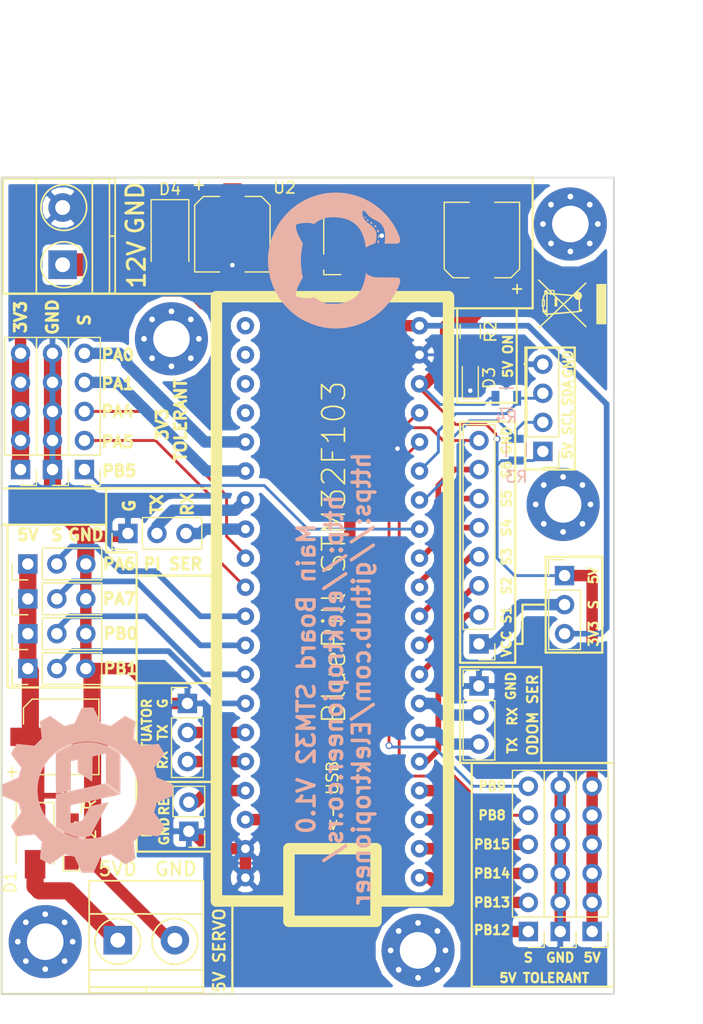
<source format=kicad_pcb>
(kicad_pcb (version 4) (host pcbnew 4.0.6+dfsg1-1)
  (layers (0 F.Cu signal) (31 B.Cu signal) (34 B.Paste user) (35 F.Paste user) (36 B.SilkS user) (37 F.SilkS user) (38 B.Mask user) (39 F.Mask user) (44 Edge.Cuts user))
  (net 0 "")
  (net 1 "Net-(5.4V_Servo1-Pad1)")
  (net 2 GND)
  (net 3 servo_vcc)
  (net 4 "Net-(D2-Pad2)")
  (net 5 +5V)
  (net 6 +3V3)
  (net 7 Sensor1)
  (net 8 Sensor2)
  (net 9 Sensor3)
  (net 10 Sensor4)
  (net 11 Sensor5)
  (net 12 Sensor6)
  (net 13 PB5)
  (net 14 PB8)
  (net 15 PB9)
  (net 16 PA0)
  (net 17 PA1)
  (net 18 PA4)
  (net 19 PA5)
  (net 20 RESET)
  (net 21 AKTUATOR_TX)
  (net 22 AKTUATOR_RX)
  (net 23 ODOMETRY_RX)
  (net 24 ODOMETRY_TX)
  (net 25 PI_TX)
  (net 26 PI_RX)
  (net 27 Servo1)
  (net 28 Servo2)
  (net 29 Servo3)
  (net 30 Servo4)
  (net 31 "Net-(12V_IN1-Pad1)")
  (net 32 "Net-(100u2-Pad1)")
  (net 33 "Net-(D3-Pad2)")
  (net 34 PB12)
  (net 35 PB13)
  (net 36 PB14)
  (net 37 PB15)
  (net 38 "Net-(J1-Pad2)")
  (net 39 SCL1)
  (net 40 SDA1)
  (module Pin_Headers:Pin_Header_Straight_1x03_Pitch2.54mm (layer F.Cu) (at 75.946 69.596 90)
    (fp_text reference Servo_3 hide)
    (fp_text value CONN_01X03 hide)
    (pad 1 thru_hole rect (at 0 0 90) (size 1.7 1.7) (drill 1) (layers *.Cu *.Mask) (net 3 servo_vcc))
    (pad 2 thru_hole oval (at 0 2.54 90) (size 1.7 1.7) (drill 1) (layers *.Cu *.Mask) (net 29 Servo3))
    (pad 3 thru_hole oval (at 0 5.08 90) (size 1.7 1.7) (drill 1) (layers *.Cu *.Mask) (net 2 GND))
  )
  (module Connectors_Terminal_Blocks:TerminalBlock_Pheonix_MKDS1.5-2pol (layer F.Cu) (at 83.82 99.441)
    (fp_text reference 5.4V_Servo1 hide)
    (fp_text value Screw_Terminal_1x02 hide)
    (pad 1 thru_hole rect (at 0 0) (size 2.5 2.5) (drill 1.3) (layers *.Cu *.Mask) (net 1 "Net-(5.4V_Servo1-Pad1)"))
    (pad 2 thru_hole circle (at 5 0) (size 2.5 2.5) (drill 1.3) (layers *.Cu *.Mask) (net 2 GND))
  )
  (module Capacitors_SMD:CP_Elec_6.3x5.3 (layer F.Cu) (at 78.867 81.661)
    (fp_text reference 100u1 hide)
    (fp_text value 100u hide)
    (fp_text user + (at -4.28 3.01) (layer F.SilkS))
    (pad 1 smd rect (at -2.7 0 180) (size 3.5 1.6) (layers F.Cu F.Paste F.Mask) (net 3 servo_vcc))
    (pad 2 smd rect (at 2.7 0 180) (size 3.5 1.6) (layers F.Cu F.Paste F.Mask) (net 2 GND))
  )
  (module Diodes_SMD:D_SMA_Standard (layer F.Cu) (at 76.581 90.805 270)
    (fp_text reference D1 (at 3.556 2.159 270) (layer F.SilkS))
    (fp_text value D hide)
    (pad 1 smd rect (at -2 0 270) (size 2.5 1.8) (layers F.Cu F.Paste F.Mask) (net 3 servo_vcc))
    (pad 2 smd rect (at 2 0 270) (size 2.5 1.8) (layers F.Cu F.Paste F.Mask) (net 1 "Net-(5.4V_Servo1-Pad1)"))
  )
  (module LEDs:LED_0805 (layer F.Cu) (at 79.756 91.567 90)
    (fp_text reference D2 (at 0.889 1.651 90) (layer F.SilkS))
    (fp_text value LED hide)
    (pad 2 smd rect (at 1.1 0 270) (size 1.2 1.2) (layers F.Cu F.Paste F.Mask) (net 4 "Net-(D2-Pad2)"))
    (pad 1 smd rect (at -1.1 0 270) (size 1.2 1.2) (layers F.Cu F.Paste F.Mask) (net 2 GND))
  )
  (module Pin_Headers:Pin_Header_Straight_1x03_Pitch2.54mm (layer F.Cu) (at 122.936 67.564)
    (fp_text reference J1 hide)
    (fp_text value CONN_01X03 hide)
    (pad 1 thru_hole rect (at 0 0) (size 1.7 1.7) (drill 1) (layers *.Cu *.Mask) (net 5 +5V))
    (pad 2 thru_hole oval (at 0 2.54) (size 1.7 1.7) (drill 1) (layers *.Cu *.Mask) (net 38 "Net-(J1-Pad2)"))
    (pad 3 thru_hole oval (at 0 5.08) (size 1.7 1.7) (drill 1) (layers *.Cu *.Mask) (net 6 +3V3))
  )
  (module Pin_Headers:Pin_Header_Straight_1x08_Pitch2.54mm (layer F.Cu) (at 115.443 73.533 180)
    (fp_text reference J4 hide)
    (fp_text value CONN_01X08 hide)
    (pad 1 thru_hole rect (at 0 0 180) (size 1.7 1.7) (drill 1) (layers *.Cu *.Mask) (net 38 "Net-(J1-Pad2)"))
    (pad 2 thru_hole oval (at 0 2.54 180) (size 1.7 1.7) (drill 1) (layers *.Cu *.Mask) (net 7 Sensor1))
    (pad 3 thru_hole oval (at 0 5.08 180) (size 1.7 1.7) (drill 1) (layers *.Cu *.Mask) (net 8 Sensor2))
    (pad 4 thru_hole oval (at 0 7.62 180) (size 1.7 1.7) (drill 1) (layers *.Cu *.Mask) (net 9 Sensor3))
    (pad 5 thru_hole oval (at 0 10.16 180) (size 1.7 1.7) (drill 1) (layers *.Cu *.Mask) (net 10 Sensor4))
    (pad 6 thru_hole oval (at 0 12.7 180) (size 1.7 1.7) (drill 1) (layers *.Cu *.Mask) (net 11 Sensor5))
    (pad 7 thru_hole oval (at 0 15.24 180) (size 1.7 1.7) (drill 1) (layers *.Cu *.Mask) (net 12 Sensor6))
    (pad 8 thru_hole oval (at 0 17.78 180) (size 1.7 1.7) (drill 1) (layers *.Cu *.Mask) (net 2 GND))
  )
  (module Resistors_SMD:R_0805 (layer F.Cu) (at 79.756 87.757 270)
    (fp_text reference R1 (at -0.635 -1.651 450) (layer F.SilkS))
    (fp_text value 1K hide)
    (pad 1 smd rect (at -0.95 0 270) (size 0.7 1.3) (layers F.Cu F.Paste F.Mask) (net 3 servo_vcc))
    (pad 2 smd rect (at 0.95 0 270) (size 0.7 1.3) (layers F.Cu F.Paste F.Mask) (net 4 "Net-(D2-Pad2)"))
  )
  (module Pin_Headers:Pin_Header_Straight_1x02_Pitch2.54mm (layer F.Cu) (at 90.043 89.916 180)
    (fp_text reference RESET1 hide)
    (fp_text value CONN_01X02 hide)
    (pad 1 thru_hole rect (at 0 0 180) (size 1.7 1.7) (drill 1) (layers *.Cu *.Mask) (net 2 GND))
    (pad 2 thru_hole oval (at 0 2.54 180) (size 1.7 1.7) (drill 1) (layers *.Cu *.Mask) (net 20 RESET))
  )
  (module Pin_Headers:Pin_Header_Straight_1x03_Pitch2.54mm (layer F.Cu) (at 89.916 78.74)
    (fp_text reference Serial_Actuator1 hide)
    (fp_text value CONN_01X03 hide)
    (pad 1 thru_hole rect (at 0 0) (size 1.7 1.7) (drill 1) (layers *.Cu *.Mask) (net 2 GND))
    (pad 2 thru_hole oval (at 0 2.54) (size 1.7 1.7) (drill 1) (layers *.Cu *.Mask) (net 21 AKTUATOR_TX))
    (pad 3 thru_hole oval (at 0 5.08) (size 1.7 1.7) (drill 1) (layers *.Cu *.Mask) (net 22 AKTUATOR_RX))
  )
  (module Pin_Headers:Pin_Header_Straight_1x03_Pitch2.54mm (layer F.Cu) (at 115.443 77.216)
    (fp_text reference Serial_Odometry1 hide)
    (fp_text value CONN_01X03 hide)
    (pad 1 thru_hole rect (at 0 0) (size 1.7 1.7) (drill 1) (layers *.Cu *.Mask) (net 2 GND))
    (pad 2 thru_hole oval (at 0 2.54) (size 1.7 1.7) (drill 1) (layers *.Cu *.Mask) (net 23 ODOMETRY_RX))
    (pad 3 thru_hole oval (at 0 5.08) (size 1.7 1.7) (drill 1) (layers *.Cu *.Mask) (net 24 ODOMETRY_TX))
  )
  (module Pin_Headers:Pin_Header_Straight_1x03_Pitch2.54mm (layer F.Cu) (at 84.709 63.881 90)
    (fp_text reference Serial_Pi1 hide)
    (fp_text value CONN_01X03 hide)
    (pad 1 thru_hole rect (at 0 0 90) (size 1.7 1.7) (drill 1) (layers *.Cu *.Mask) (net 2 GND))
    (pad 2 thru_hole oval (at 0 2.54 90) (size 1.7 1.7) (drill 1) (layers *.Cu *.Mask) (net 25 PI_TX))
    (pad 3 thru_hole oval (at 0 5.08 90) (size 1.7 1.7) (drill 1) (layers *.Cu *.Mask) (net 26 PI_RX))
  )
  (module Pin_Headers:Pin_Header_Straight_1x03_Pitch2.54mm (layer F.Cu) (at 75.946 75.692 90)
    (fp_text reference Servo_1 hide)
    (fp_text value CONN_01X03 hide)
    (pad 1 thru_hole rect (at 0 0 90) (size 1.7 1.7) (drill 1) (layers *.Cu *.Mask) (net 3 servo_vcc))
    (pad 2 thru_hole oval (at 0 2.54 90) (size 1.7 1.7) (drill 1) (layers *.Cu *.Mask) (net 27 Servo1))
    (pad 3 thru_hole oval (at 0 5.08 90) (size 1.7 1.7) (drill 1) (layers *.Cu *.Mask) (net 2 GND))
  )
  (module Pin_Headers:Pin_Header_Straight_1x03_Pitch2.54mm (layer F.Cu) (at 75.946 72.644 90)
    (fp_text reference Servo_2 hide)
    (fp_text value CONN_01X03 hide)
    (pad 1 thru_hole rect (at 0 0 90) (size 1.7 1.7) (drill 1) (layers *.Cu *.Mask) (net 3 servo_vcc))
    (pad 2 thru_hole oval (at 0 2.54 90) (size 1.7 1.7) (drill 1) (layers *.Cu *.Mask) (net 28 Servo2))
    (pad 3 thru_hole oval (at 0 5.08 90) (size 1.7 1.7) (drill 1) (layers *.Cu *.Mask) (net 2 GND))
  )
  (module Pin_Headers:Pin_Header_Straight_1x03_Pitch2.54mm (layer F.Cu) (at 75.946 66.548 90)
    (fp_text reference Servo_4 hide)
    (fp_text value CONN_01X03 hide)
    (pad 1 thru_hole rect (at 0 0 90) (size 1.7 1.7) (drill 1) (layers *.Cu *.Mask) (net 3 servo_vcc))
    (pad 2 thru_hole oval (at 0 2.54 90) (size 1.7 1.7) (drill 1) (layers *.Cu *.Mask) (net 30 Servo4))
    (pad 3 thru_hole oval (at 0 5.08 90) (size 1.7 1.7) (drill 1) (layers *.Cu *.Mask) (net 2 GND))
  )
  (module Hardware:Bluepill (layer F.Cu) (at 94.996 93.98)
    (fp_text reference U1 hide)
    (fp_text value Bluepill hide)
    (fp_text user "<- USB" (at 7.62 -7.112 90) (layer F.SilkS))
    (fp_text user "BluePill STM32F103" (at 7.747 -28.448 90) (layer F.SilkS) (effects (font (size 2 2))))
    (pad 1 thru_hole circle (at 0 0) (size 1.524 1.524) (drill 0.762) (layers *.Cu *.Mask) (net 2 GND))
    (pad 2 thru_hole circle (at 0 -2.54) (size 1.524 1.524) (drill 0.762) (layers *.Cu *.Mask) (net 2 GND))
    (pad 3 thru_hole circle (at 0 -5.08) (size 1.524 1.524) (drill 0.762) (layers *.Cu *.Mask) (net 6 +3V3))
    (pad 4 thru_hole circle (at 0 -7.62) (size 1.524 1.524) (drill 0.762) (layers *.Cu *.Mask) (net 20 RESET))
    (pad 5 thru_hole circle (at 0 -10.16) (size 1.524 1.524) (drill 0.762) (layers *.Cu *.Mask) (net 22 AKTUATOR_RX))
    (pad 6 thru_hole circle (at 0 -12.7) (size 1.524 1.524) (drill 0.762) (layers *.Cu *.Mask) (net 21 AKTUATOR_TX))
    (pad 7 thru_hole circle (at 0 -15.24) (size 1.524 1.524) (drill 0.762) (layers *.Cu *.Mask) (net 27 Servo1))
    (pad 8 thru_hole circle (at 0 -17.78) (size 1.524 1.524) (drill 0.762) (layers *.Cu *.Mask) (net 28 Servo2))
    (pad 9 thru_hole circle (at 0 -20.32) (size 1.524 1.524) (drill 0.762) (layers *.Cu *.Mask) (net 29 Servo3))
    (pad 10 thru_hole circle (at 0 -22.86) (size 1.524 1.524) (drill 0.762) (layers *.Cu *.Mask) (net 30 Servo4))
    (pad 11 thru_hole circle (at 0 -25.4) (size 1.524 1.524) (drill 0.762) (layers *.Cu *.Mask) (net 19 PA5))
    (pad 12 thru_hole circle (at 0 -27.94) (size 1.524 1.524) (drill 0.762) (layers *.Cu *.Mask) (net 18 PA4))
    (pad 13 thru_hole circle (at 0 -30.48) (size 1.524 1.524) (drill 0.762) (layers *.Cu *.Mask) (net 26 PI_RX))
    (pad 14 thru_hole circle (at 0 -33.02) (size 1.524 1.524) (drill 0.762) (layers *.Cu *.Mask) (net 25 PI_TX))
    (pad 15 thru_hole circle (at 0 -35.56) (size 1.524 1.524) (drill 0.762) (layers *.Cu *.Mask) (net 17 PA1))
    (pad 16 thru_hole circle (at 0 -38.1) (size 1.524 1.524) (drill 0.762) (layers *.Cu *.Mask) (net 16 PA0))
    (pad 17 thru_hole circle (at 0 -40.64) (size 1.524 1.524) (drill 0.762) (layers *.Cu *.Mask))
    (pad 18 thru_hole circle (at 0 -43.18) (size 1.524 1.524) (drill 0.762) (layers *.Cu *.Mask))
    (pad 19 thru_hole circle (at 0 -45.72) (size 1.524 1.524) (drill 0.762) (layers *.Cu *.Mask))
    (pad 20 thru_hole circle (at 0 -48.26) (size 1.524 1.524) (drill 0.762) (layers *.Cu *.Mask))
    (pad 21 thru_hole circle (at 15.24 -48.26) (size 1.524 1.524) (drill 0.762) (layers *.Cu *.Mask) (net 6 +3V3))
    (pad 22 thru_hole circle (at 15.24 -45.72) (size 1.524 1.524) (drill 0.762) (layers *.Cu *.Mask) (net 2 GND))
    (pad 23 thru_hole circle (at 15.24 -43.18) (size 1.524 1.524) (drill 0.762) (layers *.Cu *.Mask) (net 5 +5V))
    (pad 24 thru_hole circle (at 15.24 -40.64) (size 1.524 1.524) (drill 0.762) (layers *.Cu *.Mask) (net 15 PB9))
    (pad 25 thru_hole circle (at 15.24 -38.1) (size 1.524 1.524) (drill 0.762) (layers *.Cu *.Mask) (net 14 PB8))
    (pad 26 thru_hole circle (at 15.24 -35.56) (size 1.524 1.524) (drill 0.762) (layers *.Cu *.Mask) (net 40 SDA1))
    (pad 27 thru_hole circle (at 15.24 -33.02) (size 1.524 1.524) (drill 0.762) (layers *.Cu *.Mask) (net 39 SCL1))
    (pad 28 thru_hole circle (at 15.24 -30.48) (size 1.524 1.524) (drill 0.762) (layers *.Cu *.Mask) (net 13 PB5))
    (pad 29 thru_hole circle (at 15.24 -27.94) (size 1.524 1.524) (drill 0.762) (layers *.Cu *.Mask) (net 12 Sensor6))
    (pad 30 thru_hole circle (at 15.24 -25.4) (size 1.524 1.524) (drill 0.762) (layers *.Cu *.Mask) (net 11 Sensor5))
    (pad 31 thru_hole circle (at 15.24 -22.86) (size 1.524 1.524) (drill 0.762) (layers *.Cu *.Mask) (net 10 Sensor4))
    (pad 32 thru_hole circle (at 15.24 -20.32) (size 1.524 1.524) (drill 0.762) (layers *.Cu *.Mask) (net 9 Sensor3))
    (pad 33 thru_hole circle (at 15.24 -17.78) (size 1.524 1.524) (drill 0.762) (layers *.Cu *.Mask) (net 8 Sensor2))
    (pad 34 thru_hole circle (at 15.24 -15.24) (size 1.524 1.524) (drill 0.762) (layers *.Cu *.Mask) (net 23 ODOMETRY_RX))
    (pad 35 thru_hole circle (at 15.24 -12.7) (size 1.524 1.524) (drill 0.762) (layers *.Cu *.Mask) (net 24 ODOMETRY_TX))
    (pad 36 thru_hole circle (at 15.24 -10.16) (size 1.524 1.524) (drill 0.762) (layers *.Cu *.Mask) (net 7 Sensor1))
    (pad 37 thru_hole circle (at 15.24 -7.62) (size 1.524 1.524) (drill 0.762) (layers *.Cu *.Mask) (net 37 PB15))
    (pad 38 thru_hole circle (at 15.24 -5.08) (size 1.524 1.524) (drill 0.762) (layers *.Cu *.Mask) (net 36 PB14))
    (pad 39 thru_hole circle (at 15.24 -2.54) (size 1.524 1.524) (drill 0.762) (layers *.Cu *.Mask) (net 35 PB13))
    (pad 40 thru_hole circle (at 15.24 0) (size 1.524 1.524) (drill 0.762) (layers *.Cu *.Mask) (net 34 PB12))
  )
  (module Connectors_Terminal_Blocks:TerminalBlock_Pheonix_MKDS1.5-2pol (layer F.Cu) (at 78.994 40.386 90)
    (fp_text reference 12V_IN1 hide)
    (fp_text value Screw_Terminal_1x02 hide)
    (pad 1 thru_hole rect (at 0 0 90) (size 2.5 2.5) (drill 1.3) (layers *.Cu *.Mask) (net 31 "Net-(12V_IN1-Pad1)"))
    (pad 2 thru_hole circle (at 5 0 90) (size 2.5 2.5) (drill 1.3) (layers *.Cu *.Mask) (net 2 GND))
  )
  (module Capacitors_SMD:CP_Elec_6.3x5.3 (layer F.Cu) (at 93.853 37.719 270)
    (fp_text reference 100u2 hide)
    (fp_text value 100u hide)
    (fp_text user + (at -4.28 3.01 270) (layer F.SilkS))
    (pad 1 smd rect (at -2.7 0 90) (size 3.5 1.6) (layers F.Cu F.Paste F.Mask) (net 32 "Net-(100u2-Pad1)"))
    (pad 2 smd rect (at 2.7 0 90) (size 3.5 1.6) (layers F.Cu F.Paste F.Mask) (net 2 GND))
  )
  (module Capacitors_SMD:CP_Elec_6.3x5.3 (layer F.Cu) (at 115.697 38.227 90)
    (fp_text reference 100u3 hide)
    (fp_text value 100u hide)
    (fp_text user + (at -4.28 3.01 90) (layer F.SilkS))
    (pad 1 smd rect (at -2.7 0 270) (size 3.5 1.6) (layers F.Cu F.Paste F.Mask) (net 5 +5V))
    (pad 2 smd rect (at 2.7 0 270) (size 3.5 1.6) (layers F.Cu F.Paste F.Mask) (net 2 GND))
  )
  (module LEDs:LED_0805 (layer F.Cu) (at 114.681 50.292 90)
    (fp_text reference D3 (at 0 1.651 90) (layer F.SilkS))
    (fp_text value LED hide)
    (pad 2 smd rect (at 1.1 0 270) (size 1.2 1.2) (layers F.Cu F.Paste F.Mask) (net 33 "Net-(D3-Pad2)"))
    (pad 1 smd rect (at -1.1 0 270) (size 1.2 1.2) (layers F.Cu F.Paste F.Mask) (net 2 GND))
  )
  (module Diodes_SMD:D_SMA_Standard (layer F.Cu) (at 88.392 38.1 270)
    (fp_text reference D4 (at -4.318 0 540) (layer F.SilkS))
    (fp_text value D hide)
    (pad 1 smd rect (at -2 0 270) (size 2.5 1.8) (layers F.Cu F.Paste F.Mask) (net 32 "Net-(100u2-Pad1)"))
    (pad 2 smd rect (at 2 0 270) (size 2.5 1.8) (layers F.Cu F.Paste F.Mask) (net 31 "Net-(12V_IN1-Pad1)"))
  )
  (module Resistors_SMD:R_0805 (layer F.Cu) (at 114.681 46.228 270)
    (fp_text reference R2 (at 0 -1.778 270) (layer F.SilkS))
    (fp_text value 1K hide)
    (pad 1 smd rect (at -0.95 0 270) (size 0.7 1.3) (layers F.Cu F.Paste F.Mask) (net 5 +5V))
    (pad 2 smd rect (at 0.95 0 270) (size 0.7 1.3) (layers F.Cu F.Paste F.Mask) (net 33 "Net-(D3-Pad2)"))
  )
  (module TO_SOT_Packages_SMD:TO-252-2Lead (layer F.Cu) (at 103.251 37.846)
    (fp_text reference U2 (at -4.826 -4.191) (layer F.SilkS))
    (fp_text value LM7805 hide)
    (pad 1 smd rect (at -3.7 -2.29 270) (size 2 3.5) (layers F.Cu F.Paste F.Mask) (net 32 "Net-(100u2-Pad1)"))
    (pad 3 smd rect (at -3.7 2.29 270) (size 2 3.5) (layers F.Cu F.Paste F.Mask) (net 5 +5V))
    (pad 2 smd rect (at 3.7 0.01 270) (size 7 7) (layers F.Cu F.Paste F.Mask) (net 2 GND))
  )
  (module Pin_Headers:Pin_Header_Straight_1x06_Pitch2.54mm (layer F.Cu) (at 125.349 98.679 180)
    (fp_text reference J2 hide)
    (fp_text value CONN_01X06 hide)
    (pad 1 thru_hole rect (at 0 0 180) (size 1.7 1.7) (drill 1) (layers *.Cu *.Mask) (net 5 +5V))
    (pad 2 thru_hole oval (at 0 2.54 180) (size 1.7 1.7) (drill 1) (layers *.Cu *.Mask) (net 5 +5V))
    (pad 3 thru_hole oval (at 0 5.08 180) (size 1.7 1.7) (drill 1) (layers *.Cu *.Mask) (net 5 +5V))
    (pad 4 thru_hole oval (at 0 7.62 180) (size 1.7 1.7) (drill 1) (layers *.Cu *.Mask) (net 5 +5V))
    (pad 5 thru_hole oval (at 0 10.16 180) (size 1.7 1.7) (drill 1) (layers *.Cu *.Mask) (net 5 +5V))
    (pad 6 thru_hole oval (at 0 12.7 180) (size 1.7 1.7) (drill 1) (layers *.Cu *.Mask) (net 5 +5V))
  )
  (module Pin_Headers:Pin_Header_Straight_1x06_Pitch2.54mm (layer F.Cu) (at 119.761 98.679 180)
    (fp_text reference J3 hide)
    (fp_text value CONN_01X06 hide)
    (pad 1 thru_hole rect (at 0 0 180) (size 1.7 1.7) (drill 1) (layers *.Cu *.Mask) (net 34 PB12))
    (pad 2 thru_hole oval (at 0 2.54 180) (size 1.7 1.7) (drill 1) (layers *.Cu *.Mask) (net 35 PB13))
    (pad 3 thru_hole oval (at 0 5.08 180) (size 1.7 1.7) (drill 1) (layers *.Cu *.Mask) (net 36 PB14))
    (pad 4 thru_hole oval (at 0 7.62 180) (size 1.7 1.7) (drill 1) (layers *.Cu *.Mask) (net 37 PB15))
    (pad 5 thru_hole oval (at 0 10.16 180) (size 1.7 1.7) (drill 1) (layers *.Cu *.Mask) (net 14 PB8))
    (pad 6 thru_hole oval (at 0 12.7 180) (size 1.7 1.7) (drill 1) (layers *.Cu *.Mask) (net 15 PB9))
  )
  (module Pin_Headers:Pin_Header_Straight_1x06_Pitch2.54mm (layer F.Cu) (at 122.555 98.679 180)
    (fp_text reference J5 hide)
    (fp_text value CONN_01X06 hide)
    (pad 1 thru_hole rect (at 0 0 180) (size 1.7 1.7) (drill 1) (layers *.Cu *.Mask) (net 2 GND))
    (pad 2 thru_hole oval (at 0 2.54 180) (size 1.7 1.7) (drill 1) (layers *.Cu *.Mask) (net 2 GND))
    (pad 3 thru_hole oval (at 0 5.08 180) (size 1.7 1.7) (drill 1) (layers *.Cu *.Mask) (net 2 GND))
    (pad 4 thru_hole oval (at 0 7.62 180) (size 1.7 1.7) (drill 1) (layers *.Cu *.Mask) (net 2 GND))
    (pad 5 thru_hole oval (at 0 10.16 180) (size 1.7 1.7) (drill 1) (layers *.Cu *.Mask) (net 2 GND))
    (pad 6 thru_hole oval (at 0 12.7 180) (size 1.7 1.7) (drill 1) (layers *.Cu *.Mask) (net 2 GND))
  )
  (module Pin_Headers:Pin_Header_Straight_1x05_Pitch2.54mm (layer F.Cu) (at 75.311 58.293 180)
    (fp_text reference J6 hide)
    (fp_text value CONN_01X05 hide)
    (pad 1 thru_hole rect (at 0 0 180) (size 1.7 1.7) (drill 1) (layers *.Cu *.Mask) (net 6 +3V3))
    (pad 2 thru_hole oval (at 0 2.54 180) (size 1.7 1.7) (drill 1) (layers *.Cu *.Mask) (net 6 +3V3))
    (pad 3 thru_hole oval (at 0 5.08 180) (size 1.7 1.7) (drill 1) (layers *.Cu *.Mask) (net 6 +3V3))
    (pad 4 thru_hole oval (at 0 7.62 180) (size 1.7 1.7) (drill 1) (layers *.Cu *.Mask) (net 6 +3V3))
    (pad 5 thru_hole oval (at 0 10.16 180) (size 1.7 1.7) (drill 1) (layers *.Cu *.Mask) (net 6 +3V3))
  )
  (module Pin_Headers:Pin_Header_Straight_1x05_Pitch2.54mm (layer F.Cu) (at 80.899 58.293 180)
    (fp_text reference J7 hide)
    (fp_text value CONN_01X05 hide)
    (pad 1 thru_hole rect (at 0 0 180) (size 1.7 1.7) (drill 1) (layers *.Cu *.Mask) (net 13 PB5))
    (pad 2 thru_hole oval (at 0 2.54 180) (size 1.7 1.7) (drill 1) (layers *.Cu *.Mask) (net 19 PA5))
    (pad 3 thru_hole oval (at 0 5.08 180) (size 1.7 1.7) (drill 1) (layers *.Cu *.Mask) (net 18 PA4))
    (pad 4 thru_hole oval (at 0 7.62 180) (size 1.7 1.7) (drill 1) (layers *.Cu *.Mask) (net 17 PA1))
    (pad 5 thru_hole oval (at 0 10.16 180) (size 1.7 1.7) (drill 1) (layers *.Cu *.Mask) (net 16 PA0))
  )
  (module Pin_Headers:Pin_Header_Straight_1x05_Pitch2.54mm (layer F.Cu) (at 78.105 58.293 180)
    (fp_text reference J8 hide)
    (fp_text value CONN_01X05 hide)
    (pad 1 thru_hole rect (at 0 0 180) (size 1.7 1.7) (drill 1) (layers *.Cu *.Mask) (net 2 GND))
    (pad 2 thru_hole oval (at 0 2.54 180) (size 1.7 1.7) (drill 1) (layers *.Cu *.Mask) (net 2 GND))
    (pad 3 thru_hole oval (at 0 5.08 180) (size 1.7 1.7) (drill 1) (layers *.Cu *.Mask) (net 2 GND))
    (pad 4 thru_hole oval (at 0 7.62 180) (size 1.7 1.7) (drill 1) (layers *.Cu *.Mask) (net 2 GND))
    (pad 5 thru_hole oval (at 0 10.16 180) (size 1.7 1.7) (drill 1) (layers *.Cu *.Mask) (net 2 GND))
  )
  (module Mounting_Holes:MountingHole_3.2mm_M3_Pad_Via (layer F.Cu) (at 123.444 36.83)
    (fp_text reference MK1 hide)
    (fp_text value Mounting_Hole hide)
    (pad 1 thru_hole circle (at 0 0) (size 6.4 6.4) (drill 3.2) (layers *.Cu *.Mask))
    (pad "" thru_hole circle (at 2.4 0) (size 0.6 0.6) (drill 0.5) (layers *.Cu *.Mask))
    (pad "" thru_hole circle (at 1.697056 1.697056) (size 0.6 0.6) (drill 0.5) (layers *.Cu *.Mask))
    (pad "" thru_hole circle (at 0 2.4) (size 0.6 0.6) (drill 0.5) (layers *.Cu *.Mask))
    (pad "" thru_hole circle (at -1.697056 1.697056) (size 0.6 0.6) (drill 0.5) (layers *.Cu *.Mask))
    (pad "" thru_hole circle (at -2.4 0) (size 0.6 0.6) (drill 0.5) (layers *.Cu *.Mask))
    (pad "" thru_hole circle (at -1.697056 -1.697056) (size 0.6 0.6) (drill 0.5) (layers *.Cu *.Mask))
    (pad "" thru_hole circle (at 0 -2.4) (size 0.6 0.6) (drill 0.5) (layers *.Cu *.Mask))
    (pad "" thru_hole circle (at 1.697056 -1.697056) (size 0.6 0.6) (drill 0.5) (layers *.Cu *.Mask))
  )
  (module Mounting_Holes:MountingHole_3.2mm_M3_Pad_Via (layer F.Cu) (at 110.109 100.33)
    (fp_text reference MK2 hide)
    (fp_text value Mounting_Hole hide)
    (pad 1 thru_hole circle (at 0 0) (size 6.4 6.4) (drill 3.2) (layers *.Cu *.Mask))
    (pad "" thru_hole circle (at 2.4 0) (size 0.6 0.6) (drill 0.5) (layers *.Cu *.Mask))
    (pad "" thru_hole circle (at 1.697056 1.697056) (size 0.6 0.6) (drill 0.5) (layers *.Cu *.Mask))
    (pad "" thru_hole circle (at 0 2.4) (size 0.6 0.6) (drill 0.5) (layers *.Cu *.Mask))
    (pad "" thru_hole circle (at -1.697056 1.697056) (size 0.6 0.6) (drill 0.5) (layers *.Cu *.Mask))
    (pad "" thru_hole circle (at -2.4 0) (size 0.6 0.6) (drill 0.5) (layers *.Cu *.Mask))
    (pad "" thru_hole circle (at -1.697056 -1.697056) (size 0.6 0.6) (drill 0.5) (layers *.Cu *.Mask))
    (pad "" thru_hole circle (at 0 -2.4) (size 0.6 0.6) (drill 0.5) (layers *.Cu *.Mask))
    (pad "" thru_hole circle (at 1.697056 -1.697056) (size 0.6 0.6) (drill 0.5) (layers *.Cu *.Mask))
  )
  (module Mounting_Holes:MountingHole_3.2mm_M3_Pad_Via (layer F.Cu) (at 122.809 61.341)
    (fp_text reference MK3 hide)
    (fp_text value Mounting_Hole hide)
    (pad 1 thru_hole circle (at 0 0) (size 6.4 6.4) (drill 3.2) (layers *.Cu *.Mask))
    (pad "" thru_hole circle (at 2.4 0) (size 0.6 0.6) (drill 0.5) (layers *.Cu *.Mask))
    (pad "" thru_hole circle (at 1.697056 1.697056) (size 0.6 0.6) (drill 0.5) (layers *.Cu *.Mask))
    (pad "" thru_hole circle (at 0 2.4) (size 0.6 0.6) (drill 0.5) (layers *.Cu *.Mask))
    (pad "" thru_hole circle (at -1.697056 1.697056) (size 0.6 0.6) (drill 0.5) (layers *.Cu *.Mask))
    (pad "" thru_hole circle (at -2.4 0) (size 0.6 0.6) (drill 0.5) (layers *.Cu *.Mask))
    (pad "" thru_hole circle (at -1.697056 -1.697056) (size 0.6 0.6) (drill 0.5) (layers *.Cu *.Mask))
    (pad "" thru_hole circle (at 0 -2.4) (size 0.6 0.6) (drill 0.5) (layers *.Cu *.Mask))
    (pad "" thru_hole circle (at 1.697056 -1.697056) (size 0.6 0.6) (drill 0.5) (layers *.Cu *.Mask))
  )
  (module Mounting_Holes:MountingHole_3.2mm_M3_Pad_Via (layer F.Cu) (at 88.519 46.863)
    (fp_text reference MK4 hide)
    (fp_text value Mounting_Hole hide)
    (pad 1 thru_hole circle (at 0 0) (size 6.4 6.4) (drill 3.2) (layers *.Cu *.Mask))
    (pad "" thru_hole circle (at 2.4 0) (size 0.6 0.6) (drill 0.5) (layers *.Cu *.Mask))
    (pad "" thru_hole circle (at 1.697056 1.697056) (size 0.6 0.6) (drill 0.5) (layers *.Cu *.Mask))
    (pad "" thru_hole circle (at 0 2.4) (size 0.6 0.6) (drill 0.5) (layers *.Cu *.Mask))
    (pad "" thru_hole circle (at -1.697056 1.697056) (size 0.6 0.6) (drill 0.5) (layers *.Cu *.Mask))
    (pad "" thru_hole circle (at -2.4 0) (size 0.6 0.6) (drill 0.5) (layers *.Cu *.Mask))
    (pad "" thru_hole circle (at -1.697056 -1.697056) (size 0.6 0.6) (drill 0.5) (layers *.Cu *.Mask))
    (pad "" thru_hole circle (at 0 -2.4) (size 0.6 0.6) (drill 0.5) (layers *.Cu *.Mask))
    (pad "" thru_hole circle (at 1.697056 -1.697056) (size 0.6 0.6) (drill 0.5) (layers *.Cu *.Mask))
  )
  (module Mounting_Holes:MountingHole_3.2mm_M3_Pad_Via (layer F.Cu) (at 77.47 99.568)
    (fp_text reference MK5 hide)
    (fp_text value Mounting_Hole hide)
    (pad 1 thru_hole circle (at 0 0) (size 6.4 6.4) (drill 3.2) (layers *.Cu *.Mask))
    (pad "" thru_hole circle (at 2.4 0) (size 0.6 0.6) (drill 0.5) (layers *.Cu *.Mask))
    (pad "" thru_hole circle (at 1.697056 1.697056) (size 0.6 0.6) (drill 0.5) (layers *.Cu *.Mask))
    (pad "" thru_hole circle (at 0 2.4) (size 0.6 0.6) (drill 0.5) (layers *.Cu *.Mask))
    (pad "" thru_hole circle (at -1.697056 1.697056) (size 0.6 0.6) (drill 0.5) (layers *.Cu *.Mask))
    (pad "" thru_hole circle (at -2.4 0) (size 0.6 0.6) (drill 0.5) (layers *.Cu *.Mask))
    (pad "" thru_hole circle (at -1.697056 -1.697056) (size 0.6 0.6) (drill 0.5) (layers *.Cu *.Mask))
    (pad "" thru_hole circle (at 0 -2.4) (size 0.6 0.6) (drill 0.5) (layers *.Cu *.Mask))
    (pad "" thru_hole circle (at 1.697056 -1.697056) (size 0.6 0.6) (drill 0.5) (layers *.Cu *.Mask))
  )
  (module Resistors_SMD:R_0805 (layer B.Cu) (at 118.70436 56.55564 90)
    (fp_text reference R3 (at -2.37236 0.01524 180) (layer B.SilkS) (effects (justify mirror)))
    (fp_text value 4K7 hide)
    (pad 1 smd rect (at -0.95 0 90) (size 0.7 1.3) (layers B.Cu B.Paste B.Mask) (net 5 +5V))
    (pad 2 smd rect (at 0.95 0 90) (size 0.7 1.3) (layers B.Cu B.Paste B.Mask) (net 39 SCL1))
  )
  (module Resistors_SMD:R_0805 (layer B.Cu) (at 117.83568 52.05984)
    (fp_text reference R4 (at 0 1.65) (layer B.SilkS) (effects (justify mirror)))
    (fp_text value 4K7 hide)
    (pad 1 smd rect (at -0.95 0) (size 0.7 1.3) (layers B.Cu B.Paste B.Mask) (net 5 +5V))
    (pad 2 smd rect (at 0.95 0) (size 0.7 1.3) (layers B.Cu B.Paste B.Mask) (net 40 SDA1))
  )
  (module Pin_Headers:Pin_Header_Straight_1x04_Pitch2.54mm (layer F.Cu) (at 121.031 56.7055 180)
    (fp_text reference J9 hide)
    (fp_text value CONN_01X04 hide)
    (pad 1 thru_hole rect (at 0 0 180) (size 1.7 1.7) (drill 1) (layers *.Cu *.Mask) (net 5 +5V))
    (pad 2 thru_hole oval (at 0 2.54 180) (size 1.7 1.7) (drill 1) (layers *.Cu *.Mask) (net 39 SCL1))
    (pad 3 thru_hole oval (at 0 5.08 180) (size 1.7 1.7) (drill 1) (layers *.Cu *.Mask) (net 40 SDA1))
    (pad 4 thru_hole oval (at 0 7.62 180) (size 1.7 1.7) (drill 1) (layers *.Cu *.Mask) (net 2 GND))
  )
  (module Symbols:WEEE-Logo_4.2x6mm_SilkScreen (layer F.Cu) (at 123.571 43.815 90)
    (fp_text reference REF*** hide)
    (fp_text value WEEE-Logo_4.2x6mm_SilkScreen hide)
  )
  (module Hardware:EP_Logo_2 (layer B.Cu) (at 80.645 86.487 270)
    (fp_text reference G*** hide)
    (fp_text value LOGO hide)
  )
  (module Hardware:github_logo (layer B.Cu) (at 102.743 40.005 270)
    (fp_text reference G*** hide)
    (fp_text value LOGO hide)
  )
  (gr_line (start 123.825 47.625) (end 123.825 58.293) (angle 90) (layer F.SilkS) (width 0.2))
  (gr_line (start 119.507 47.625) (end 123.825 47.625) (angle 90) (layer F.SilkS) (width 0.2))
  (gr_line (start 119.507 53.721) (end 119.507 47.625) (angle 90) (layer F.SilkS) (width 0.2))
  (gr_line (start 119.507 58.293) (end 123.825 58.293) (angle 90) (layer F.SilkS) (width 0.2))
  (gr_line (start 119.507 53.721) (end 119.507 58.293) (angle 90) (layer F.SilkS) (width 0.2))
  (gr_text 5V (at 123.19 56.642 90) (layer F.SilkS) (effects (font (size 0.8 0.8) (thickness 0.2))))
  (gr_text SCL (at 123.19 54.1655 90) (layer F.SilkS) (effects (font (size 0.8 0.8) (thickness 0.2))))
  (gr_text SDA (at 123.19 51.6255 90) (layer F.SilkS) (effects (font (size 0.8 0.8) (thickness 0.2))))
  (gr_text GND (at 123.2535 49.0855 90) (layer F.SilkS) (effects (font (size 0.8 0.8) (thickness 0.2))))
  (gr_line (start 119.4435 49.022) (end 119.4435 49.0855) (angle 90) (layer F.SilkS) (width 0.2))
  (gr_line (start 119.4435 57.3405) (end 119.4435 57.531) (angle 90) (layer F.SilkS) (width 0.2))
  (gr_line (start 113.792 75.565) (end 120.904 75.565) (angle 90) (layer F.SilkS) (width 0.2))
  (gr_line (start 93.853 104.14) (end 93.853 96.266) (angle 90) (layer F.SilkS) (width 0.2))
  (gr_line (start 93.726 104.14) (end 93.853 104.14) (angle 90) (layer F.SilkS) (width 0.2))
  (gr_line (start 73.66 104.14) (end 93.726 104.14) (angle 90) (layer F.SilkS) (width 0.2))
  (gr_text "5V ON" (at 117.983 48.387 90) (layer F.SilkS) (effects (font (size 0.8 0.8) (thickness 0.2))))
  (gr_line (start 118.745 52.451) (end 118.745 44.196) (angle 90) (layer F.SilkS) (width 0.2))
  (gr_line (start 113.792 52.451) (end 118.745 52.451) (angle 90) (layer F.SilkS) (width 0.2))
  (gr_line (start 113.538 44.196) (end 113.538 52.451) (angle 90) (layer F.SilkS) (width 0.2))
  (gr_line (start 113.538 52.451) (end 113.919 52.451) (angle 90) (layer F.SilkS) (width 0.2))
  (gr_line (start 114.808 103.505) (end 114.935 103.505) (angle 90) (layer F.SilkS) (width 0.2))
  (gr_line (start 114.808 83.947) (end 114.808 103.505) (angle 90) (layer F.SilkS) (width 0.2))
  (gr_line (start 120.777 83.947) (end 120.904 83.947) (angle 90) (layer F.SilkS) (width 0.2))
  (gr_line (start 127.254 83.947) (end 120.777 83.947) (angle 90) (layer F.SilkS) (width 0.2))
  (gr_line (start 127.254 84.201) (end 127.254 83.947) (angle 90) (layer F.SilkS) (width 0.2))
  (gr_line (start 127.254 103.505) (end 127.254 84.201) (angle 90) (layer F.SilkS) (width 0.2))
  (gr_line (start 114.935 103.505) (end 127.254 103.505) (angle 90) (layer F.SilkS) (width 0.2))
  (gr_text "5V TOLERANT" (at 121.158 102.743) (layer F.SilkS) (effects (font (size 0.8 0.8) (thickness 0.2))))
  (gr_text PB9 (at 116.586 85.979) (layer F.SilkS) (effects (font (size 0.8 0.8) (thickness 0.2))))
  (gr_text PB8 (at 116.586 88.519) (layer F.SilkS) (effects (font (size 0.8 0.8) (thickness 0.2))))
  (gr_text PB15 (at 116.586 91.059) (layer F.SilkS) (effects (font (size 0.8 0.8) (thickness 0.2))))
  (gr_text PB14 (at 116.586 93.599) (layer F.SilkS) (effects (font (size 0.8 0.8) (thickness 0.2))))
  (gr_text PB13 (at 116.586 96.139) (layer F.SilkS) (effects (font (size 0.8 0.8) (thickness 0.2))))
  (gr_text PB12 (at 116.586 98.552) (layer F.SilkS) (effects (font (size 0.8 0.8) (thickness 0.2))))
  (gr_text S (at 119.761 100.965) (layer F.SilkS) (effects (font (size 0.8 0.8) (thickness 0.2))))
  (gr_text GND (at 122.555 100.965) (layer F.SilkS) (effects (font (size 0.8 0.8) (thickness 0.2))))
  (gr_text 5V (at 125.349 100.965) (layer F.SilkS) (effects (font (size 0.8 0.8) (thickness 0.2))))
  (gr_line (start 73.66 63.119) (end 74.295 63.119) (angle 90) (layer F.SilkS) (width 0.2))
  (gr_line (start 73.66 104.14) (end 73.66 63.119) (angle 90) (layer F.SilkS) (width 0.2))
  (gr_line (start 85.471 91.694) (end 92.202 91.694) (angle 90) (layer F.SilkS) (width 0.2))
  (gr_line (start 85.471 85.598) (end 85.471 91.694) (angle 90) (layer F.SilkS) (width 0.2))
  (gr_line (start 92.583 85.598) (end 92.583 85.471) (angle 90) (layer F.SilkS) (width 0.2))
  (gr_line (start 85.471 85.598) (end 92.583 85.598) (angle 90) (layer F.SilkS) (width 0.2))
  (gr_line (start 85.471 76.962) (end 85.471 85.598) (angle 90) (layer F.SilkS) (width 0.2))
  (gr_line (start 92.202 76.962) (end 85.471 76.962) (angle 90) (layer F.SilkS) (width 0.2))
  (gr_line (start 82.804 63.119) (end 82.804 59.944) (angle 90) (layer F.SilkS) (width 0.2))
  (gr_line (start 85.471 67.564) (end 92.202 67.564) (angle 90) (layer F.SilkS) (width 0.2))
  (gr_text "3V3 \nTOLERANT" (at 88.519 53.975 90) (layer F.SilkS) (effects (font (size 1 1) (thickness 0.25))))
  (gr_line (start 92.202 59.944) (end 92.202 59.817) (angle 90) (layer F.SilkS) (width 0.2))
  (gr_line (start 85.598 59.944) (end 92.202 59.944) (angle 90) (layer F.SilkS) (width 0.2))
  (gr_line (start 73.66 42.926) (end 73.787 42.926) (angle 90) (layer F.SilkS) (width 0.2))
  (gr_line (start 73.66 59.944) (end 73.66 42.926) (angle 90) (layer F.SilkS) (width 0.2))
  (gr_line (start 85.725 59.944) (end 73.66 59.944) (angle 90) (layer F.SilkS) (width 0.2))
  (gr_text "PI SER" (at 88.646 66.548) (layer F.SilkS) (effects (font (size 1 1) (thickness 0.25))))
  (gr_text RX (at 89.916 61.341 90) (layer F.SilkS) (effects (font (size 1 1) (thickness 0.25))))
  (gr_text TX (at 87.249 61.341 90) (layer F.SilkS) (effects (font (size 1 1) (thickness 0.25))))
  (gr_text G (at 84.836 61.468 90) (layer F.SilkS) (effects (font (size 1 1) (thickness 0.25))))
  (gr_text "PB5\n" (at 83.947 58.42) (layer F.SilkS) (effects (font (size 1 1) (thickness 0.25))))
  (gr_text "PA5\n" (at 83.82 55.88) (layer F.SilkS) (effects (font (size 1 1) (thickness 0.25))))
  (gr_text PA4 (at 83.82 53.213) (layer F.SilkS) (effects (font (size 1 1) (thickness 0.25))))
  (gr_text PA1 (at 83.82 50.8) (layer F.SilkS) (effects (font (size 1 1) (thickness 0.25))))
  (gr_text PA0 (at 83.82 48.26) (layer F.SilkS) (effects (font (size 1 1) (thickness 0.25))))
  (gr_text S (at 80.899 45.212 90) (layer F.SilkS) (effects (font (size 1 1) (thickness 0.25))))
  (gr_text GND (at 78.105 44.958 90) (layer F.SilkS) (effects (font (size 1 1) (thickness 0.25))))
  (gr_text 3V3 (at 75.311 44.958 90) (layer F.SilkS) (effects (font (size 1 1) (thickness 0.25))))
  (gr_line (start 73.66 42.926) (end 92.329 42.926) (angle 90) (layer F.SilkS) (width 0.2))
  (gr_line (start 73.66 32.766) (end 73.66 42.926) (angle 90) (layer F.SilkS) (width 0.2))
  (gr_line (start 120.142 32.766) (end 73.66 32.766) (angle 90) (layer F.SilkS) (width 0.2))
  (gr_line (start 120.142 44.196) (end 120.142 32.766) (angle 90) (layer F.SilkS) (width 0.2))
  (gr_line (start 118.745 44.196) (end 120.142 44.196) (angle 90) (layer F.SilkS) (width 0.2))
  (gr_line (start 112.903 44.196) (end 112.903 44.069) (angle 90) (layer F.SilkS) (width 0.2))
  (gr_line (start 113.538 44.196) (end 112.903 44.196) (angle 90) (layer F.SilkS) (width 0.2))
  (gr_line (start 118.745 44.196) (end 113.538 44.196) (angle 90) (layer F.SilkS) (width 0.2))
  (gr_line (start 121.285 65.913) (end 121.285 70.104) (angle 90) (layer F.SilkS) (width 0.2))
  (gr_line (start 126.238 65.913) (end 121.285 65.913) (angle 90) (layer F.SilkS) (width 0.2))
  (gr_line (start 126.238 74.295) (end 126.238 65.913) (angle 90) (layer F.SilkS) (width 0.2))
  (gr_line (start 121.285 74.295) (end 126.238 74.295) (angle 90) (layer F.SilkS) (width 0.2))
  (gr_line (start 121.285 70.104) (end 121.285 74.295) (angle 90) (layer F.SilkS) (width 0.2))
  (gr_line (start 119.253 70.104) (end 121.285 70.104) (angle 90) (layer F.SilkS) (width 0.2))
  (gr_line (start 119.253 73.533) (end 119.253 70.104) (angle 90) (layer F.SilkS) (width 0.2))
  (gr_line (start 118.618 73.533) (end 119.253 73.533) (angle 90) (layer F.SilkS) (width 0.2))
  (gr_line (start 113.792 54.102) (end 113.792 75.184) (angle 90) (layer F.SilkS) (width 0.2))
  (gr_line (start 118.618 54.102) (end 113.792 54.102) (angle 90) (layer F.SilkS) (width 0.2))
  (gr_line (start 118.618 75.184) (end 118.618 54.102) (angle 90) (layer F.SilkS) (width 0.2))
  (gr_line (start 113.792 75.184) (end 118.618 75.184) (angle 90) (layer F.SilkS) (width 0.2))
  (gr_line (start 120.904 83.947) (end 113.792 83.947) (angle 90) (layer F.SilkS) (width 0.2))
  (gr_line (start 120.904 83.82) (end 120.904 83.947) (angle 90) (layer F.SilkS) (width 0.2))
  (gr_line (start 120.904 75.565) (end 120.904 83.82) (angle 90) (layer F.SilkS) (width 0.2))
  (gr_line (start 113.792 83.947) (end 113.792 75.565) (angle 90) (layer F.SilkS) (width 0.2))
  (gr_line (start 82.804 65.532) (end 85.471 65.532) (angle 90) (layer F.SilkS) (width 0.2))
  (gr_line (start 82.804 65.405) (end 82.804 65.532) (angle 90) (layer F.SilkS) (width 0.2))
  (gr_line (start 82.804 63.119) (end 82.804 65.405) (angle 90) (layer F.SilkS) (width 0.2))
  (gr_line (start 74.168 63.119) (end 82.804 63.119) (angle 90) (layer F.SilkS) (width 0.2))
  (gr_line (start 74.168 77.343) (end 74.168 63.119) (angle 90) (layer F.SilkS) (width 0.2))
  (gr_line (start 85.471 77.343) (end 74.168 77.343) (angle 90) (layer F.SilkS) (width 0.2))
  (gr_line (start 85.471 65.532) (end 85.471 77.343) (angle 90) (layer F.SilkS) (width 0.2))
  (gr_text GND (at 85.344 35.433 90) (layer F.SilkS) (effects (font (size 1.5 1.5) (thickness 0.25))))
  (gr_text 5VD (at 83.82 93.218) (layer F.SilkS) (effects (font (size 1.2 1.2) (thickness 0.2))))
  (gr_text GND (at 88.9 93.218) (layer F.SilkS) (effects (font (size 1.2 1.2) (thickness 0.2))))
  (gr_line (start 127.254 104.14) (end 73.66 104.14) (angle 90) (layer Edge.Cuts) (width 0.15))
  (gr_line (start 127.254 32.766) (end 127.254 104.14) (angle 90) (layer Edge.Cuts) (width 0.15))
  (gr_line (start 73.66 32.766) (end 127.254 32.766) (angle 90) (layer Edge.Cuts) (width 0.15))
  (gr_line (start 73.66 104.14) (end 73.66 32.766) (angle 90) (layer Edge.Cuts) (width 0.15))
  (gr_text "Main Board STM32 V1.0\nhttp://elektropioneer.co.rs/\nhttps://github.com/Elektropioneer" (at 102.743 76.581 90) (layer B.SilkS) (effects (font (size 1.5 1.5) (thickness 0.3)) (justify mirror)))
  (gr_line (start 113.03 53.594) (end 113.03 53.34) (angle 90) (layer F.SilkS) (width 0.2))
  (gr_text 12V (at 85.471 40.386 90) (layer F.SilkS) (effects (font (size 1.5 1.5) (thickness 0.25))))
  (gr_text 3V3 (at 125.476 72.644 90) (layer F.SilkS) (effects (font (size 0.8 0.8) (thickness 0.2))))
  (gr_text S (at 125.476 70.104 90) (layer F.SilkS) (effects (font (size 0.8 0.8) (thickness 0.2))))
  (gr_text 5V (at 125.476 67.564 90) (layer F.SilkS) (effects (font (size 0.8 0.8) (thickness 0.2))))
  (gr_text VCC (at 117.856 73.533 90) (layer F.SilkS) (effects (font (size 0.8 0.8) (thickness 0.2))))
  (gr_text S1 (at 117.856 70.993 90) (layer F.SilkS) (effects (font (size 0.8 0.8) (thickness 0.2))))
  (gr_text S2 (at 117.856 68.453 90) (layer F.SilkS) (effects (font (size 0.8 0.8) (thickness 0.2))))
  (gr_text S3 (at 117.856 65.913 90) (layer F.SilkS) (effects (font (size 0.8 0.8) (thickness 0.2))))
  (gr_text S4 (at 117.856 63.373 90) (layer F.SilkS) (effects (font (size 0.8 0.8) (thickness 0.2))))
  (gr_text S5 (at 117.856 60.833 90) (layer F.SilkS) (effects (font (size 0.8 0.8) (thickness 0.2))))
  (gr_text S6 (at 117.856 58.293 90) (layer F.SilkS) (effects (font (size 0.8 0.8) (thickness 0.2))))
  (gr_text GND (at 117.856 55.753 90) (layer F.SilkS) (effects (font (size 0.8 0.8) (thickness 0.2))))
  (gr_text "ODOM SER" (at 120.142 79.756 90) (layer F.SilkS) (effects (font (size 0.9 0.9) (thickness 0.2))))
  (gr_text TX (at 118.364 82.423 90) (layer F.SilkS) (effects (font (size 0.8 0.8) (thickness 0.2))))
  (gr_text RX (at 118.364 79.883 90) (layer F.SilkS) (effects (font (size 0.8 0.8) (thickness 0.2))))
  (gr_text GND (at 118.237 77.216 90) (layer F.SilkS) (effects (font (size 0.8 0.8) (thickness 0.2))))
  (gr_text "5V SERVO" (at 92.71 100.33 90) (layer F.SilkS) (effects (font (size 1 1) (thickness 0.2))))
  (gr_text RES (at 87.884 87.376 90) (layer F.SilkS) (effects (font (size 0.8 0.8) (thickness 0.2))))
  (gr_text GND (at 87.884 89.916 90) (layer F.SilkS) (effects (font (size 0.8 0.8) (thickness 0.2))))
  (gr_text RESET (at 86.36 88.646 90) (layer F.SilkS) (effects (font (size 0.8 0.8) (thickness 0.2))))
  (gr_line (start 92.202 85.598) (end 92.202 85.344) (angle 90) (layer F.SilkS) (width 0.2))
  (gr_text ACTUATOR (at 86.36 81.28 90) (layer F.SilkS) (effects (font (size 0.8 0.8) (thickness 0.2))))
  (gr_text G (at 87.757 78.74 90) (layer F.SilkS) (effects (font (size 0.8 0.8) (thickness 0.2))))
  (gr_text TX (at 87.757 81.28 90) (layer F.SilkS) (effects (font (size 0.8 0.8) (thickness 0.2))))
  (gr_text RX (at 87.757 83.693 90) (layer F.SilkS) (effects (font (size 0.8 0.8) (thickness 0.2))))
  (gr_line (start 92.202 57.15) (end 92.202 56.896) (angle 90) (layer F.SilkS) (width 0.2))
  (gr_text PB1 (at 84.074 75.692) (layer F.SilkS) (effects (font (size 1 1) (thickness 0.25))))
  (gr_text PB0 (at 84.074 72.644) (layer F.SilkS) (effects (font (size 1 1) (thickness 0.25))))
  (gr_text PA7 (at 83.947 69.596) (layer F.SilkS) (effects (font (size 1 1) (thickness 0.25))))
  (gr_text PA6 (at 83.947 66.548) (layer F.SilkS) (effects (font (size 1 1) (thickness 0.25))))
  (gr_text GND (at 81.026 64.008) (layer F.SilkS) (effects (font (size 1 1) (thickness 0.25))))
  (gr_text S (at 78.486 64.008) (layer F.SilkS) (effects (font (size 1 1) (thickness 0.25))))
  (gr_text 5V (at 75.946 64.008) (layer F.SilkS) (effects (font (size 1 1) (thickness 0.25))))
  (segment (start 76.581 92.805) (end 76.581 94.742) (width 1.5) (layer F.Cu) (net 1))
  (segment (start 79.502 95.123) (end 83.82 99.441) (width 1.5) (layer F.Cu) (net 1))
  (segment (start 76.962 95.123) (end 79.502 95.123) (width 1.5) (layer F.Cu) (net 1))
  (segment (start 76.581 94.742) (end 76.962 95.123) (width 1.5) (layer F.Cu) (net 1))
  (segment (start 110.236 48.26) (end 111.506 48.26) (width 0.25) (layer B.Cu) (net 2))
  (via (at 114.681 51.392) (size 0.6) (drill 0.4) (layers F.Cu B.Cu) (net 2))
  (segment (start 114.681 51.435) (end 114.681 51.392) (width 0.5) (layer B.Cu) (net 2))
  (segment (start 115.359 51.392) (end 117.6655 49.0855) (width 0.25) (layer B.Cu) (net 2))
  (segment (start 117.6655 49.0855) (end 121.031 49.0855) (width 0.25) (layer B.Cu) (net 2))
  (segment (start 114.681 51.392) (end 115.359 51.392) (width 0.25) (layer B.Cu) (net 2))
  (segment (start 114.638 51.392) (end 114.681 51.392) (width 0.25) (layer B.Cu) (net 2))
  (segment (start 111.506 48.26) (end 114.638 51.392) (width 0.25) (layer B.Cu) (net 2))
  (segment (start 115.443 55.753) (end 112.2934 55.753) (width 0.25) (layer F.Cu) (net 2))
  (via (at 108.3056 56.4642) (size 0.6) (drill 0.4) (layers F.Cu B.Cu) (net 2))
  (segment (start 108.3056 55.8038) (end 108.3056 56.4642) (width 0.25) (layer F.Cu) (net 2))
  (segment (start 109.474 54.6354) (end 108.3056 55.8038) (width 0.25) (layer F.Cu) (net 2))
  (segment (start 111.1758 54.6354) (end 109.474 54.6354) (width 0.25) (layer F.Cu) (net 2))
  (segment (start 112.2934 55.753) (end 111.1758 54.6354) (width 0.25) (layer F.Cu) (net 2))
  (segment (start 81.026 64.135) (end 84.455 64.135) (width 1) (layer F.Cu) (net 2))
  (segment (start 84.455 64.135) (end 84.709 63.881) (width 1) (layer F.Cu) (net 2))
  (segment (start 78.105 50.673) (end 78.105 48.133) (width 1.5) (layer F.Cu) (net 2))
  (segment (start 78.105 53.213) (end 78.105 50.673) (width 1.5) (layer F.Cu) (net 2))
  (segment (start 78.105 55.753) (end 78.105 53.213) (width 1.5) (layer F.Cu) (net 2))
  (segment (start 78.105 58.293) (end 78.105 55.753) (width 1.5) (layer F.Cu) (net 2))
  (segment (start 81.026 66.548) (end 81.026 64.135) (width 1.5) (layer F.Cu) (net 2))
  (segment (start 81.026 64.135) (end 81.026 64.008) (width 1.5) (layer F.Cu) (net 2))
  (segment (start 78.105 61.087) (end 78.105 58.293) (width 1.5) (layer F.Cu) (net 2))
  (segment (start 81.026 64.008) (end 78.105 61.087) (width 1.5) (layer F.Cu) (net 2))
  (segment (start 122.555 88.519) (end 122.555 85.979) (width 1) (layer F.Cu) (net 2))
  (segment (start 122.555 91.059) (end 122.555 88.519) (width 1) (layer F.Cu) (net 2))
  (segment (start 122.555 93.599) (end 122.555 91.059) (width 1) (layer F.Cu) (net 2))
  (segment (start 122.555 96.139) (end 122.555 93.599) (width 1) (layer F.Cu) (net 2))
  (segment (start 122.555 98.679) (end 122.555 96.139) (width 1) (layer F.Cu) (net 2))
  (segment (start 81.618 92.667) (end 81.618 81.712) (width 1.5) (layer F.Cu) (net 2))
  (segment (start 81.618 81.712) (end 81.567 81.661) (width 1.5) (layer F.Cu) (net 2))
  (segment (start 81.567 81.661) (end 81.567 76.233) (width 1.5) (layer F.Cu) (net 2))
  (segment (start 81.567 76.233) (end 81.026 75.692) (width 1.5) (layer F.Cu) (net 2))
  (segment (start 79.756 92.667) (end 81.618 92.667) (width 1) (layer F.Cu) (net 2))
  (segment (start 81.618 92.667) (end 81.567 92.616) (width 1) (layer F.Cu) (net 2))
  (segment (start 89.916 78.74) (end 88.011 78.74) (width 1) (layer F.Cu) (net 2))
  (segment (start 84.963 75.692) (end 81.026 75.692) (width 1) (layer F.Cu) (net 2))
  (segment (start 88.011 78.74) (end 84.963 75.692) (width 1) (layer F.Cu) (net 2))
  (segment (start 81.026 69.596) (end 81.026 66.548) (width 1) (layer F.Cu) (net 2))
  (segment (start 81.026 72.644) (end 81.026 69.596) (width 1) (layer F.Cu) (net 2))
  (segment (start 81.026 72.644) (end 81.026 75.692) (width 1) (layer F.Cu) (net 2))
  (segment (start 81.567 76.233) (end 81.026 75.692) (width 1) (layer F.Cu) (net 2))
  (segment (start 88.82 99.441) (end 88.392 99.441) (width 1) (layer F.Cu) (net 2))
  (segment (start 88.392 99.441) (end 81.567 92.616) (width 1) (layer F.Cu) (net 2))
  (segment (start 94.996 91.44) (end 94.996 93.98) (width 1) (layer F.Cu) (net 2))
  (segment (start 90.043 89.916) (end 90.297 89.916) (width 1) (layer F.Cu) (net 2))
  (segment (start 90.297 89.916) (end 91.821 91.44) (width 1) (layer F.Cu) (net 2))
  (segment (start 91.821 91.44) (end 94.996 91.44) (width 1) (layer F.Cu) (net 2))
  (segment (start 110.236 48.26) (end 108.458 48.26) (width 1.5) (layer B.Cu) (net 2))
  (segment (start 106.934 46.736) (end 106.934 37.846) (width 1.5) (layer B.Cu) (net 2))
  (segment (start 108.458 48.26) (end 106.934 46.736) (width 1.5) (layer B.Cu) (net 2))
  (segment (start 106.951 37.856) (end 109.972 37.856) (width 2) (layer F.Cu) (net 2))
  (segment (start 109.972 37.856) (end 112.301 35.527) (width 2) (layer F.Cu) (net 2))
  (segment (start 112.301 35.527) (end 115.697 35.527) (width 2) (layer F.Cu) (net 2))
  (segment (start 93.853 40.419) (end 94.074 40.419) (width 2) (layer B.Cu) (net 2))
  (segment (start 91.407 37.973) (end 93.853 40.419) (width 2) (layer B.Cu) (net 2))
  (segment (start 91.407 37.973) (end 85.217 37.973) (width 2) (layer B.Cu) (net 2))
  (segment (start 85.217 37.973) (end 82.63 35.386) (width 2) (layer B.Cu) (net 2))
  (segment (start 78.994 35.386) (end 82.63 35.386) (width 2) (layer B.Cu) (net 2))
  (via (at 93.853 40.419) (size 0.6) (drill 0.4) (layers F.Cu B.Cu) (net 2))
  (segment (start 106.934 37.846) (end 106.944 37.856) (width 2) (layer F.Cu) (net 2))
  (via (at 106.934 37.846) (size 0.6) (drill 0.4) (layers F.Cu B.Cu) (net 2))
  (segment (start 96.647 37.846) (end 106.934 37.846) (width 2) (layer B.Cu) (net 2))
  (segment (start 94.074 40.419) (end 96.647 37.846) (width 2) (layer B.Cu) (net 2))
  (segment (start 106.944 37.856) (end 106.951 37.856) (width 2) (layer F.Cu) (net 2))
  (segment (start 76.167 81.661) (end 76.167 75.913) (width 1.5) (layer F.Cu) (net 3))
  (segment (start 76.167 75.913) (end 75.946 75.692) (width 1.5) (layer F.Cu) (net 3))
  (segment (start 76.6445 87.0585) (end 76.6445 82.1385) (width 1.5) (layer F.Cu) (net 3))
  (segment (start 76.6445 82.1385) (end 76.167 81.661) (width 1.5) (layer F.Cu) (net 3))
  (segment (start 79.756 86.807) (end 76.896 86.807) (width 0.5) (layer F.Cu) (net 3))
  (segment (start 76.896 86.807) (end 76.6445 87.0585) (width 0.5) (layer F.Cu) (net 3))
  (segment (start 76.6445 87.0585) (end 76.581 87.122) (width 0.5) (layer F.Cu) (net 3))
  (segment (start 76.581 88.805) (end 76.581 87.122) (width 1.5) (layer F.Cu) (net 3))
  (segment (start 76.167 75.913) (end 75.946 75.692) (width 1.5) (layer F.Cu) (net 3))
  (segment (start 75.946 72.644) (end 75.946 75.692) (width 1.5) (layer F.Cu) (net 3))
  (segment (start 75.946 69.596) (end 75.946 72.644) (width 1.5) (layer F.Cu) (net 3))
  (segment (start 75.946 66.548) (end 75.946 69.596) (width 1.5) (layer F.Cu) (net 3))
  (segment (start 79.756 88.707) (end 79.756 90.467) (width 0.5) (layer F.Cu) (net 4))
  (segment (start 118.70436 57.50564) (end 120.23086 57.50564) (width 0.25) (layer B.Cu) (net 5))
  (segment (start 120.23086 57.50564) (end 121.031 56.7055) (width 0.25) (layer B.Cu) (net 5))
  (segment (start 116.88568 52.05984) (end 116.41328 52.05984) (width 0.25) (layer B.Cu) (net 5))
  (segment (start 112.04448 52.60848) (end 110.236 50.8) (width 0.25) (layer B.Cu) (net 5))
  (segment (start 115.86464 52.60848) (end 112.04448 52.60848) (width 0.25) (layer B.Cu) (net 5))
  (segment (start 116.41328 52.05984) (end 115.86464 52.60848) (width 0.25) (layer B.Cu) (net 5))
  (segment (start 118.70436 57.50564) (end 117.42924 57.50564) (width 0.25) (layer B.Cu) (net 5))
  (segment (start 117.42924 57.50564) (end 117.0305 57.90438) (width 0.25) (layer B.Cu) (net 5))
  (segment (start 122.936 67.564) (end 118.5545 67.564) (width 0.25) (layer B.Cu) (net 5))
  (segment (start 113.411 54.356) (end 110.236 51.181) (width 0.25) (layer F.Cu) (net 5))
  (segment (start 116.078 54.356) (end 113.411 54.356) (width 0.25) (layer F.Cu) (net 5))
  (segment (start 116.9035 55.1815) (end 116.078 54.356) (width 0.25) (layer F.Cu) (net 5))
  (segment (start 116.9035 55.499) (end 116.9035 55.1815) (width 0.25) (layer F.Cu) (net 5))
  (segment (start 117.0305 55.626) (end 116.9035 55.499) (width 0.25) (layer F.Cu) (net 5))
  (via (at 117.0305 55.626) (size 0.6) (drill 0.4) (layers F.Cu B.Cu) (net 5))
  (segment (start 117.0305 66.04) (end 117.0305 57.90438) (width 0.25) (layer B.Cu) (net 5))
  (segment (start 117.0305 57.90438) (end 117.0305 55.626) (width 0.25) (layer B.Cu) (net 5))
  (segment (start 118.5545 67.564) (end 117.0305 66.04) (width 0.25) (layer B.Cu) (net 5))
  (segment (start 110.236 51.181) (end 110.236 50.8) (width 0.25) (layer F.Cu) (net 5))
  (segment (start 125.349 96.139) (end 125.349 98.679) (width 1) (layer F.Cu) (net 5))
  (segment (start 125.349 93.599) (end 125.349 96.139) (width 1) (layer F.Cu) (net 5))
  (segment (start 125.349 91.059) (end 125.349 93.599) (width 1) (layer F.Cu) (net 5))
  (segment (start 125.349 88.519) (end 125.349 91.059) (width 1) (layer F.Cu) (net 5))
  (segment (start 125.349 85.979) (end 125.349 88.519) (width 1) (layer F.Cu) (net 5))
  (segment (start 125.349 85.979) (end 125.349 67.818) (width 1) (layer F.Cu) (net 5))
  (segment (start 125.095 67.564) (end 122.936 67.564) (width 1) (layer F.Cu) (net 5))
  (segment (start 125.349 67.818) (end 125.095 67.564) (width 1) (layer F.Cu) (net 5))
  (segment (start 110.236 50.8) (end 110.744 50.8) (width 1) (layer F.Cu) (net 5))
  (segment (start 110.744 50.8) (end 112.522 49.022) (width 1) (layer F.Cu) (net 5))
  (segment (start 112.522 49.022) (end 112.522 45.72) (width 1) (layer F.Cu) (net 5))
  (segment (start 112.522 45.72) (end 112.964 45.278) (width 1) (layer F.Cu) (net 5))
  (segment (start 112.964 45.278) (end 114.681 45.278) (width 1) (layer F.Cu) (net 5))
  (segment (start 115.697 40.927) (end 115.697 44.262) (width 1) (layer F.Cu) (net 5))
  (segment (start 115.697 44.262) (end 114.681 45.278) (width 1) (layer F.Cu) (net 5))
  (segment (start 99.551 40.136) (end 99.551 41.258) (width 1.5) (layer F.Cu) (net 5))
  (segment (start 113.571 43.053) (end 115.697 40.927) (width 1.5) (layer F.Cu) (net 5))
  (segment (start 101.346 43.053) (end 113.571 43.053) (width 1.5) (layer F.Cu) (net 5))
  (segment (start 99.551 41.258) (end 101.346 43.053) (width 1.5) (layer F.Cu) (net 5))
  (segment (start 75.311 48.133) (end 75.311 46.736) (width 1) (layer F.Cu) (net 6))
  (segment (start 99.822 45.847) (end 104.14 45.847) (width 1) (layer F.Cu) (net 6))
  (segment (start 97.79 43.815) (end 99.822 45.847) (width 1) (layer F.Cu) (net 6))
  (segment (start 91.313 43.815) (end 97.79 43.815) (width 1) (layer F.Cu) (net 6))
  (segment (start 90.17 42.672) (end 91.313 43.815) (width 1) (layer F.Cu) (net 6))
  (segment (start 86.614 42.672) (end 90.17 42.672) (width 1) (layer F.Cu) (net 6))
  (segment (start 85.471 43.815) (end 86.614 42.672) (width 1) (layer F.Cu) (net 6))
  (segment (start 78.232 43.815) (end 85.471 43.815) (width 1) (layer F.Cu) (net 6))
  (segment (start 75.311 46.736) (end 78.232 43.815) (width 1) (layer F.Cu) (net 6))
  (segment (start 75.311 50.673) (end 75.311 48.133) (width 1.5) (layer F.Cu) (net 6))
  (segment (start 75.311 53.213) (end 75.311 50.673) (width 1.5) (layer F.Cu) (net 6))
  (segment (start 75.311 55.753) (end 75.311 53.213) (width 1.5) (layer F.Cu) (net 6))
  (segment (start 75.311 58.293) (end 75.311 55.753) (width 1.5) (layer F.Cu) (net 6))
  (segment (start 104.14 45.72) (end 104.14 45.847) (width 1) (layer F.Cu) (net 6))
  (segment (start 105.156 45.72) (end 110.236 45.72) (width 1) (layer F.Cu) (net 6))
  (segment (start 104.14 45.72) (end 105.156 45.72) (width 1) (layer F.Cu) (net 6))
  (segment (start 104.14 45.847) (end 104.14 83.82) (width 1) (layer F.Cu) (net 6))
  (segment (start 104.14 83.82) (end 99.06 88.9) (width 1) (layer F.Cu) (net 6))
  (segment (start 99.06 88.9) (end 94.996 88.9) (width 1) (layer F.Cu) (net 6))
  (segment (start 110.236 45.72) (end 119.761 45.72) (width 0.5) (layer B.Cu) (net 6))
  (segment (start 119.761 45.72) (end 126.619 52.578) (width 0.5) (layer B.Cu) (net 6))
  (segment (start 126.619 52.578) (end 126.619 68.453) (width 0.5) (layer B.Cu) (net 6))
  (segment (start 126.619 68.453) (end 126.619 72.136) (width 0.5) (layer B.Cu) (net 6))
  (segment (start 126.619 72.136) (end 126.111 72.644) (width 0.5) (layer B.Cu) (net 6))
  (segment (start 126.111 72.644) (end 122.936 72.644) (width 0.5) (layer B.Cu) (net 6))
  (segment (start 110.236 83.82) (end 110.871 83.82) (width 0.5) (layer F.Cu) (net 7))
  (segment (start 110.871 83.82) (end 111.887 82.804) (width 0.5) (layer F.Cu) (net 7))
  (segment (start 111.887 82.804) (end 111.887 75.819) (width 0.5) (layer F.Cu) (net 7))
  (segment (start 111.887 75.819) (end 113.03 74.676) (width 0.5) (layer F.Cu) (net 7))
  (segment (start 113.03 74.676) (end 113.03 73.406) (width 0.5) (layer F.Cu) (net 7))
  (segment (start 113.03 73.406) (end 113.665 72.771) (width 0.5) (layer F.Cu) (net 7))
  (segment (start 113.665 72.771) (end 113.665 71.755) (width 0.5) (layer F.Cu) (net 7))
  (segment (start 113.665 71.755) (end 114.427 70.993) (width 0.5) (layer F.Cu) (net 7))
  (segment (start 114.427 70.993) (end 115.443 70.993) (width 0.5) (layer F.Cu) (net 7))
  (segment (start 110.236 76.2) (end 111.887 74.549) (width 0.5) (layer F.Cu) (net 8))
  (segment (start 112.522 70.993) (end 115.062 68.453) (width 0.5) (layer F.Cu) (net 8))
  (segment (start 112.522 72.644) (end 112.522 70.993) (width 0.5) (layer F.Cu) (net 8))
  (segment (start 111.887 73.279) (end 112.522 72.644) (width 0.5) (layer F.Cu) (net 8))
  (segment (start 111.887 74.549) (end 111.887 73.279) (width 0.5) (layer F.Cu) (net 8))
  (segment (start 115.062 68.453) (end 115.443 68.453) (width 0.5) (layer F.Cu) (net 8))
  (segment (start 110.236 73.66) (end 110.49 73.66) (width 0.5) (layer F.Cu) (net 9))
  (segment (start 110.49 73.66) (end 111.76 72.39) (width 0.5) (layer F.Cu) (net 9))
  (segment (start 111.76 72.39) (end 111.76 70.612) (width 0.5) (layer F.Cu) (net 9))
  (segment (start 111.76 70.612) (end 112.635976 69.736024) (width 0.5) (layer F.Cu) (net 9))
  (segment (start 112.635976 69.736024) (end 112.776 69.596) (width 0.5) (layer F.Cu) (net 9))
  (segment (start 112.776 69.596) (end 112.776 67.818) (width 0.5) (layer F.Cu) (net 9))
  (segment (start 112.776 67.818) (end 114.681 65.913) (width 0.5) (layer F.Cu) (net 9))
  (segment (start 114.681 65.913) (end 115.443 65.913) (width 0.5) (layer F.Cu) (net 9))
  (segment (start 110.236 71.12) (end 112.014 69.342) (width 0.5) (layer F.Cu) (net 10))
  (segment (start 113.922004 63.373) (end 115.443 63.373) (width 0.5) (layer F.Cu) (net 10))
  (segment (start 113.287004 64.008) (end 113.922004 63.373) (width 0.5) (layer F.Cu) (net 10))
  (segment (start 113.287004 66.163996) (end 113.287004 64.008) (width 0.5) (layer F.Cu) (net 10))
  (segment (start 112.000976 67.450024) (end 113.287004 66.163996) (width 0.5) (layer F.Cu) (net 10))
  (segment (start 112.000976 67.677976) (end 112.000976 67.450024) (width 0.5) (layer F.Cu) (net 10))
  (segment (start 112.014 67.691) (end 112.000976 67.677976) (width 0.5) (layer F.Cu) (net 10))
  (segment (start 112.014 69.342) (end 112.014 67.691) (width 0.5) (layer F.Cu) (net 10))
  (segment (start 110.236 68.199) (end 112.587002 65.847998) (width 0.5) (layer F.Cu) (net 11))
  (segment (start 113.411 60.833) (end 115.443 60.833) (width 0.5) (layer F.Cu) (net 11))
  (segment (start 112.587002 61.656998) (end 113.411 60.833) (width 0.5) (layer F.Cu) (net 11))
  (segment (start 112.587002 65.847998) (end 112.587002 61.656998) (width 0.5) (layer F.Cu) (net 11))
  (segment (start 110.236 66.04) (end 110.363 66.04) (width 0.5) (layer F.Cu) (net 12))
  (segment (start 110.363 66.04) (end 111.887 64.516) (width 0.5) (layer F.Cu) (net 12))
  (segment (start 111.887 64.516) (end 111.887 59.69) (width 0.5) (layer F.Cu) (net 12))
  (segment (start 111.887 59.69) (end 113.284 58.293) (width 0.5) (layer F.Cu) (net 12))
  (segment (start 113.284 58.293) (end 115.443 58.293) (width 0.5) (layer F.Cu) (net 12))
  (segment (start 110.236 63.5) (end 100.457 63.5) (width 0.25) (layer B.Cu) (net 13))
  (segment (start 82.296 59.69) (end 80.899 58.293) (width 0.25) (layer B.Cu) (net 13))
  (segment (start 96.647 59.69) (end 82.296 59.69) (width 0.25) (layer B.Cu) (net 13))
  (segment (start 100.457 63.5) (end 96.647 59.69) (width 0.25) (layer B.Cu) (net 13))
  (segment (start 119.761 88.519) (end 116.713 88.519) (width 0.25) (layer F.Cu) (net 14))
  (segment (start 108.458 57.658) (end 110.236 55.88) (width 0.25) (layer F.Cu) (net 14))
  (segment (start 108.458 84.455) (end 108.458 57.658) (width 0.25) (layer F.Cu) (net 14))
  (segment (start 109.093 85.09) (end 108.458 84.455) (width 0.25) (layer F.Cu) (net 14))
  (segment (start 113.284 85.09) (end 109.093 85.09) (width 0.25) (layer F.Cu) (net 14))
  (segment (start 116.713 88.519) (end 113.284 85.09) (width 0.25) (layer F.Cu) (net 14))
  (segment (start 110.236 53.34) (end 110.109 53.34) (width 0.25) (layer F.Cu) (net 15))
  (segment (start 110.109 53.34) (end 107.569 55.88) (width 0.25) (layer F.Cu) (net 15))
  (segment (start 107.569 55.88) (end 107.569 82.423) (width 0.25) (layer F.Cu) (net 15))
  (via (at 107.569 82.423) (size 0.6) (drill 0.4) (layers F.Cu B.Cu) (net 15))
  (segment (start 107.569 82.423) (end 107.696 82.55) (width 0.25) (layer B.Cu) (net 15))
  (segment (start 107.696 82.55) (end 111.506 82.55) (width 0.25) (layer B.Cu) (net 15))
  (segment (start 111.506 82.55) (end 114.935 85.979) (width 0.25) (layer B.Cu) (net 15))
  (segment (start 114.935 85.979) (end 119.761 85.979) (width 0.25) (layer B.Cu) (net 15))
  (segment (start 80.899 48.133) (end 83.947 48.133) (width 1) (layer B.Cu) (net 16))
  (segment (start 91.44 55.88) (end 94.996 55.88) (width 1) (layer B.Cu) (net 16))
  (segment (start 84.582 49.022) (end 91.44 55.88) (width 1) (layer B.Cu) (net 16))
  (segment (start 84.582 48.768) (end 84.582 49.022) (width 1) (layer B.Cu) (net 16))
  (segment (start 83.947 48.133) (end 84.582 48.768) (width 1) (layer B.Cu) (net 16))
  (segment (start 80.899 50.673) (end 83.82 50.673) (width 1) (layer B.Cu) (net 17))
  (segment (start 91.567 58.42) (end 94.996 58.42) (width 1) (layer B.Cu) (net 17))
  (segment (start 83.82 50.673) (end 91.567 58.42) (width 1) (layer B.Cu) (net 17))
  (segment (start 94.996 66.04) (end 94.996 65.786) (width 0.25) (layer F.Cu) (net 18))
  (segment (start 94.996 65.786) (end 93.345 64.135) (width 0.25) (layer F.Cu) (net 18))
  (segment (start 93.345 64.135) (end 93.345 60.579) (width 0.25) (layer F.Cu) (net 18))
  (segment (start 93.345 60.579) (end 85.979 53.213) (width 0.25) (layer F.Cu) (net 18))
  (segment (start 85.979 53.213) (end 80.899 53.213) (width 0.25) (layer F.Cu) (net 18))
  (segment (start 80.899 55.753) (end 87.122 55.753) (width 0.25) (layer F.Cu) (net 19))
  (segment (start 92.456 66.04) (end 94.996 68.58) (width 0.25) (layer F.Cu) (net 19))
  (segment (start 92.456 61.087) (end 92.456 66.04) (width 0.25) (layer F.Cu) (net 19))
  (segment (start 87.122 55.753) (end 92.456 61.087) (width 0.25) (layer F.Cu) (net 19))
  (segment (start 94.996 68.58) (end 94.996 68.453) (width 0.25) (layer F.Cu) (net 19))
  (segment (start 90.043 87.376) (end 90.678 87.376) (width 1) (layer F.Cu) (net 20))
  (segment (start 90.678 87.376) (end 91.694 86.36) (width 1) (layer F.Cu) (net 20))
  (segment (start 91.694 86.36) (end 94.996 86.36) (width 1) (layer F.Cu) (net 20))
  (segment (start 89.916 81.28) (end 94.996 81.28) (width 1) (layer F.Cu) (net 21))
  (segment (start 89.916 83.82) (end 94.996 83.82) (width 1) (layer F.Cu) (net 22))
  (segment (start 110.236 78.74) (end 111.379 78.74) (width 1) (layer B.Cu) (net 23))
  (segment (start 112.395 79.756) (end 115.443 79.756) (width 1) (layer B.Cu) (net 23))
  (segment (start 111.379 78.74) (end 112.395 79.756) (width 1) (layer B.Cu) (net 23))
  (segment (start 110.236 81.28) (end 111.76 81.28) (width 1) (layer B.Cu) (net 24))
  (segment (start 112.776 82.296) (end 115.443 82.296) (width 1) (layer B.Cu) (net 24))
  (segment (start 111.76 81.28) (end 112.776 82.296) (width 1) (layer B.Cu) (net 24))
  (segment (start 87.249 63.881) (end 87.249 63.246) (width 1) (layer B.Cu) (net 25))
  (segment (start 87.249 63.246) (end 88.646 61.849) (width 1) (layer B.Cu) (net 25))
  (segment (start 88.646 61.849) (end 94.107 61.849) (width 1) (layer B.Cu) (net 25))
  (segment (start 94.107 61.849) (end 94.996 60.96) (width 1) (layer B.Cu) (net 25))
  (segment (start 89.789 63.881) (end 91.059 63.881) (width 1) (layer B.Cu) (net 26))
  (segment (start 91.44 63.5) (end 94.996 63.5) (width 1) (layer B.Cu) (net 26))
  (segment (start 91.059 63.881) (end 91.44 63.5) (width 1) (layer B.Cu) (net 26))
  (segment (start 94.869 63.627) (end 94.996 63.5) (width 1) (layer B.Cu) (net 26))
  (segment (start 78.486 75.692) (end 78.486 75.565) (width 0.5) (layer B.Cu) (net 27))
  (segment (start 78.486 75.565) (end 79.883 74.168) (width 0.5) (layer B.Cu) (net 27))
  (segment (start 79.883 74.168) (end 88.265 74.168) (width 0.5) (layer B.Cu) (net 27))
  (segment (start 88.265 74.168) (end 92.837 78.74) (width 0.5) (layer B.Cu) (net 27))
  (segment (start 92.837 78.74) (end 94.996 78.74) (width 0.5) (layer B.Cu) (net 27))
  (segment (start 78.486 72.644) (end 78.486 72.263) (width 0.5) (layer B.Cu) (net 28))
  (segment (start 78.486 72.263) (end 79.629 71.12) (width 0.5) (layer B.Cu) (net 28))
  (segment (start 79.629 71.12) (end 86.233 71.12) (width 0.5) (layer B.Cu) (net 28))
  (segment (start 86.233 71.12) (end 91.313 76.2) (width 0.5) (layer B.Cu) (net 28))
  (segment (start 91.313 76.2) (end 94.996 76.2) (width 0.5) (layer B.Cu) (net 28))
  (segment (start 78.486 69.596) (end 78.486 69.469) (width 0.5) (layer B.Cu) (net 29))
  (segment (start 78.486 69.469) (end 79.883 68.072) (width 0.5) (layer B.Cu) (net 29))
  (segment (start 79.883 68.072) (end 85.471 68.072) (width 0.5) (layer B.Cu) (net 29))
  (segment (start 85.471 68.072) (end 91.059 73.66) (width 0.5) (layer B.Cu) (net 29))
  (segment (start 91.059 73.66) (end 94.996 73.66) (width 0.5) (layer B.Cu) (net 29))
  (segment (start 78.486 66.548) (end 78.486 66.294) (width 0.5) (layer B.Cu) (net 30))
  (segment (start 78.486 66.294) (end 79.756 65.024) (width 0.5) (layer B.Cu) (net 30))
  (segment (start 79.756 65.024) (end 81.915 65.024) (width 0.5) (layer B.Cu) (net 30))
  (segment (start 81.915 65.024) (end 84.074 67.183) (width 0.5) (layer B.Cu) (net 30))
  (segment (start 84.074 67.183) (end 87.122 67.183) (width 0.5) (layer B.Cu) (net 30))
  (segment (start 87.122 67.183) (end 91.059 71.12) (width 0.5) (layer B.Cu) (net 30))
  (segment (start 91.059 71.12) (end 94.996 71.12) (width 0.5) (layer B.Cu) (net 30))
  (segment (start 78.994 40.386) (end 88.106 40.386) (width 2) (layer F.Cu) (net 31))
  (segment (start 88.106 40.386) (end 88.392 40.1) (width 2) (layer F.Cu) (net 31))
  (segment (start 93.853 35.019) (end 96.233 35.019) (width 2) (layer F.Cu) (net 32))
  (segment (start 96.77 35.556) (end 99.551 35.556) (width 2) (layer F.Cu) (net 32))
  (segment (start 96.233 35.019) (end 96.77 35.556) (width 2) (layer F.Cu) (net 32))
  (segment (start 88.392 36.1) (end 88.392 35.306) (width 2) (layer F.Cu) (net 32))
  (segment (start 88.392 35.306) (end 88.679 35.019) (width 2) (layer F.Cu) (net 32))
  (segment (start 88.679 35.019) (end 93.853 35.019) (width 2) (layer F.Cu) (net 32))
  (segment (start 114.681 47.178) (end 114.681 49.192) (width 0.5) (layer F.Cu) (net 33))
  (segment (start 119.761 98.679) (end 115.824 98.679) (width 1) (layer F.Cu) (net 34))
  (segment (start 111.125 93.98) (end 110.236 93.98) (width 1) (layer F.Cu) (net 34))
  (segment (start 115.824 98.679) (end 111.125 93.98) (width 1) (layer F.Cu) (net 34))
  (segment (start 110.236 91.44) (end 111.506 91.44) (width 1) (layer F.Cu) (net 35))
  (segment (start 116.205 96.139) (end 119.761 96.139) (width 1) (layer F.Cu) (net 35))
  (segment (start 111.506 91.44) (end 116.205 96.139) (width 1) (layer F.Cu) (net 35))
  (segment (start 110.236 88.9) (end 112.141 88.9) (width 1) (layer F.Cu) (net 36))
  (segment (start 116.84 93.599) (end 119.761 93.599) (width 1) (layer F.Cu) (net 36))
  (segment (start 112.141 88.9) (end 116.84 93.599) (width 1) (layer F.Cu) (net 36))
  (segment (start 119.761 91.059) (end 117.348 91.059) (width 1) (layer F.Cu) (net 37))
  (segment (start 112.649 86.36) (end 110.236 86.36) (width 1) (layer F.Cu) (net 37))
  (segment (start 117.348 91.059) (end 112.649 86.36) (width 1) (layer F.Cu) (net 37))
  (segment (start 110.236 86.36) (end 110.363 86.36) (width 1) (layer F.Cu) (net 37))
  (segment (start 115.443 73.533) (end 116.713 73.533) (width 1) (layer B.Cu) (net 38))
  (segment (start 119.126 70.104) (end 122.936 70.104) (width 1) (layer B.Cu) (net 38))
  (segment (start 118.11 71.12) (end 119.126 70.104) (width 1) (layer B.Cu) (net 38))
  (segment (start 118.11 72.136) (end 118.11 71.12) (width 1) (layer B.Cu) (net 38))
  (segment (start 116.713 73.533) (end 118.11 72.136) (width 1) (layer B.Cu) (net 38))
  (segment (start 110.236 60.96) (end 110.617 60.96) (width 0.25) (layer B.Cu) (net 39))
  (segment (start 110.617 60.96) (end 112.8395 58.7375) (width 0.25) (layer B.Cu) (net 39))
  (segment (start 117.13722 54.0385) (end 118.70436 55.60564) (width 0.25) (layer B.Cu) (net 39))
  (segment (start 114.6175 54.0385) (end 117.13722 54.0385) (width 0.25) (layer B.Cu) (net 39))
  (segment (start 112.8395 55.8165) (end 114.6175 54.0385) (width 0.25) (layer B.Cu) (net 39))
  (segment (start 112.8395 58.7375) (end 112.8395 55.8165) (width 0.25) (layer B.Cu) (net 39))
  (segment (start 118.70436 55.60564) (end 118.70436 54.84114) (width 0.25) (layer B.Cu) (net 39))
  (segment (start 119.38 54.1655) (end 121.031 54.1655) (width 0.25) (layer B.Cu) (net 39))
  (segment (start 118.70436 54.84114) (end 119.38 54.1655) (width 0.25) (layer B.Cu) (net 39))
  (segment (start 110.236 60.96) (end 110.236 60.579) (width 0.25) (layer B.Cu) (net 39))
  (segment (start 118.78568 52.05984) (end 118.78568 52.47382) (width 0.25) (layer B.Cu) (net 40))
  (segment (start 118.78568 52.47382) (end 117.856 53.4035) (width 0.25) (layer B.Cu) (net 40))
  (segment (start 111.887 56.769) (end 110.236 58.42) (width 0.25) (layer B.Cu) (net 40))
  (segment (start 111.887 54.9275) (end 111.887 56.769) (width 0.25) (layer B.Cu) (net 40))
  (segment (start 113.411 53.4035) (end 111.887 54.9275) (width 0.25) (layer B.Cu) (net 40))
  (segment (start 117.856 53.4035) (end 113.411 53.4035) (width 0.25) (layer B.Cu) (net 40))
  (segment (start 118.78568 52.05984) (end 120.59666 52.05984) (width 0.25) (layer B.Cu) (net 40))
  (segment (start 120.59666 52.05984) (end 121.031 51.6255) (width 0.25) (layer B.Cu) (net 40))
  (segment (start 110.236 58.42) (end 110.236 58.1025) (width 0.25) (layer B.Cu) (net 40))
  (zone (net 2) (net_name GND) (layer B.Cu) (connect_pads (clearance 0.508)) (min_thickness 0.254) (fill yes (arc_segments 16) (thermal_gap 0.508) (thermal_bridge_width 0.508))
    (polygon (pts (xy 73.66 32.766) (xy 127.254 32.766) (xy 127.254 104.14) (xy 73.66 104.14)))
  )
  (zone (net 0) (net_name "") (layer B.Cu) (connect_pads (clearance 0.508)) (min_thickness 0.254)
    (keepout (tracks allowed) (vias allowed) (copperpour not_allowed))
    (fill (arc_segments 16) (thermal_gap 0.508) (thermal_bridge_width 0.508))
    (polygon (pts (xy 91.313 104.14) (xy 91.313 92.202) (xy 85.471 92.202) (xy 85.471 65.405) (xy 82.804 65.405) (xy 82.804 63.119) (xy 73.66 63.119) (xy 73.66 104.14)))
  )
)
</source>
